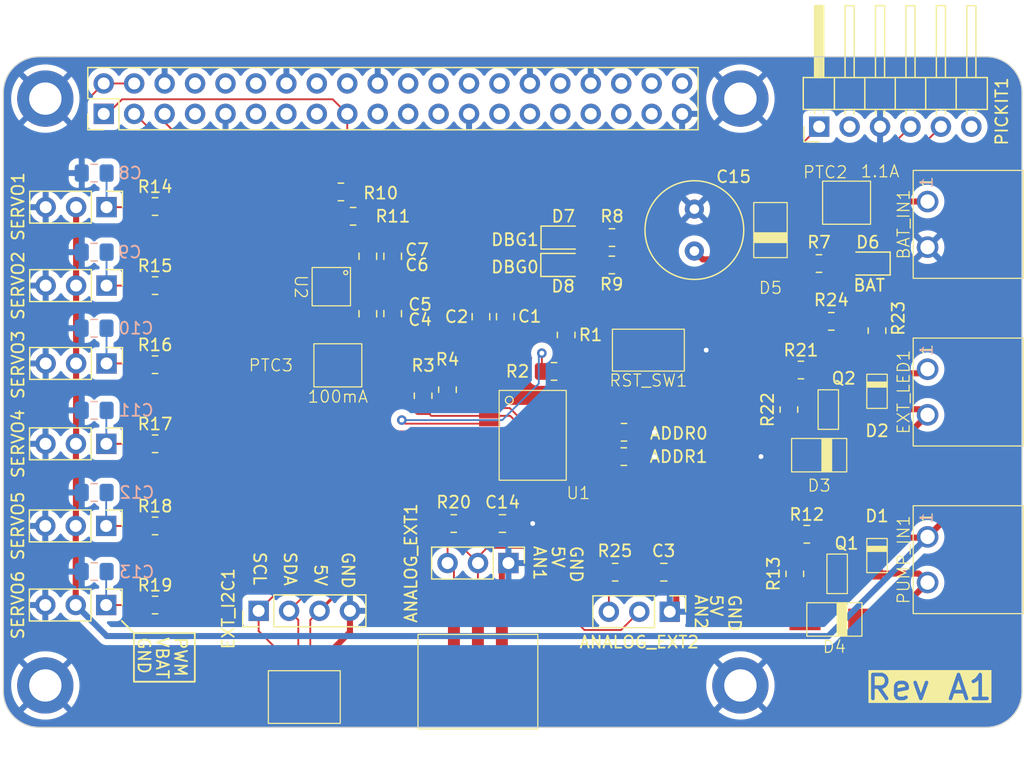
<source format=kicad_pcb>
(kicad_pcb (version 20221018) (generator pcbnew)
  (title_block (title "Servo Control PCB") (rev "A1"))
  (layers (0 "F.Cu" signal) (31 "B.Cu" signal) (34 "B.Paste" user) (35 "F.Paste" user) (36 "B.SilkS" user "B.Silkscreen") (37 "F.SilkS" user "F.Silkscreen") (38 "B.Mask" user) (39 "F.Mask" user) (44 "Edge.Cuts" user))
  (net 0 "")
  (net 1 "Net-(J1-5V-Pad2)")
  (net 2 "GND")
  (net 29 "Net-(SERVO1-Pin_1)")
  (net 30 "VBAT")
  (net 31 "Net-(SERVO2-Pin_1)")
  (net 32 "Net-(SERVO3-Pin_1)")
  (net 33 "Net-(SERVO4-Pin_1)")
  (net 34 "Net-(SERVO5-Pin_1)")
  (net 35 "Net-(SERVO6-Pin_1)")
  (net 36 "+5V")
  (net 37 "AN2")
  (net 38 "SCL")
  (net 39 "SDA")
  (net 40 "AN1")
  (net 41 "~{MCLR}")
  (net 42 "ICSPDAT")
  (net 43 "ICSPCLK")
  (net 45 "Net-(U1-~{MCLR}{slash}VPP{slash}RA3)")
  (net 46 "/ADDR1")
  (net 47 "/ADDR0")
  (net 48 "Net-(D6-A)")
  (net 49 "Net-(D7-A)")
  (net 50 "Net-(D8-A)")
  (net 51 "+3.3V")
  (net 52 "PUMP_EN")
  (net 53 "Net-(Q1-G)")
  (net 54 "SERVO1")
  (net 55 "SERVO2")
  (net 56 "SERVO3")
  (net 57 "SERVO4")
  (net 58 "SERVO5")
  (net 59 "SERVO6")
  (net 60 "Net-(U1-RA2)")
  (net 61 "EXT_LED")
  (net 62 "Net-(Q2-G)")
  (net 63 "Net-(U1-RB5)")
  (net 65 "Net-(Q1-D)")
  (net 66 "Net-(Q2-D)")
  (net 67 "Net-(D5-PadA)")
  (net 68 "Net-(BAT_IN1-Pad1)")
  (net 69 "Net-(D2-PadK)")
  (net 70 "/PI_SDA")
  (net 71 "/PI_SCL")
  (footprint "Connector_PinHeader_2.54mm:PinHeader_1x03_P2.54mm_Vertical" (layer "F.Cu") (at 38.578 100.786 -90)
    (fp_text reference "SERVO6")
    (fp_text value "Conn_01x03_Pin")
  )
  (footprint "MountingHole:MountingHole_2.7mm_M2.5_DIN965_Pad" (layer "F.Cu") (at 91.5 58.5)
    (fp_text reference "REF**" hide)
    (fp_text value "MountingHole_2.7mm_M2.5_DIN965_Pad" hide)
  )
  (footprint "Resistor_SMD:R_0805_2012Metric_Pad1.20x1.40mm_HandSolder" (layer "F.Cu") (at 67.58 93.98 180)
    (fp_text reference "R20")
    (fp_text value "470")
  )
  (footprint "Resistor_SMD:R_0805_2012Metric_Pad1.20x1.40mm_HandSolder" (layer "F.Cu") (at 81.788 86.36)
    (fp_text reference "ADDR0")
    (fp_text value "0")
  )
  (footprint "Resistor_SMD:R_0805_2012Metric_Pad1.20x1.40mm_HandSolder" (layer "F.Cu") (at 67.056 82.804 -90)
    (fp_text reference "R4")
    (fp_text value "10k")
  )
  (footprint "Capacitor_SMD:C_0805_2012Metric_Pad1.18x1.45mm_HandSolder" (layer "F.Cu") (at 71.882 76.708 -90)
    (fp_text reference "C1")
    (fp_text value "0.01uF")
  )
  (footprint "StandardPackages_Custom:DO-214AC" (layer "F.Cu") (at 99.342 101.99 180)
    (fp_text reference "D4")
    (fp_text value "SMAJ6.0A")
  )
  (footprint "LED_SMD:LED_0805_2012Metric_Pad1.15x1.40mm_HandSolder" (layer "F.Cu") (at 76.708 72.39)
    (fp_text reference "D8")
    (fp_text value "LED_Small_Filled")
  )
  (footprint "Resistor_SMD:R_0805_2012Metric_Pad1.20x1.40mm_HandSolder" (layer "F.Cu") (at 98.056 72.272)
    (fp_text reference "R7")
    (fp_text value "10k")
  )
  (footprint "Connector_PinHeader_2.54mm:PinHeader_1x06_P2.54mm_Horizontal" (layer "F.Cu") (at 98.072 60.842 90)
    (fp_text reference "PICKIT1")
    (fp_text value "Conn_01x06")
  )
  (footprint "Connector_Adafruit_Custom:Adafruit STEMMA, 4-pin JST SH" (layer "F.Cu") (at 55.11 105.369)
    (fp_text reference "STEMMA1" hide)
    (fp_text value "JST SH")
  )
  (footprint "LED_SMD:LED_0805_2012Metric_Pad1.15x1.40mm_HandSolder" (layer "F.Cu") (at 102.136 72.272 180)
    (fp_text reference "D6")
    (fp_text value "LED_Small_Filled")
  )
  (footprint "Connector_PinHeader_2.54mm:PinHeader_1x04_P2.54mm_Vertical" (layer "F.Cu") (at 51.3 101.269 90)
    (fp_text reference "EXT_I2C1")
    (fp_text value "Conn_01x04_Pin")
  )
  (footprint "Resistor_SMD:R_0805_2012Metric_Pad1.20x1.40mm_HandSolder" (layer "F.Cu") (at 42.657 100.786)
    (fp_text reference "R19")
    (fp_text value "470")
  )
  (footprint "Resistor_SMD:R_0805_2012Metric_Pad1.20x1.40mm_HandSolder" (layer "F.Cu") (at 102.898 77.876 -90)
    (fp_text reference "R23")
    (fp_text value "0")
  )
  (footprint "Capacitor_SMD:C_0805_2012Metric_Pad1.18x1.45mm_HandSolder" (layer "F.Cu") (at 60.411 71.663 90)
    (fp_text reference "C6")
    (fp_text value "0.1uF")
  )
  (footprint "Control Board Custom:0ZCG Series PTC" (layer "F.Cu") (at 100.358 67.192 180)
    (fp_text reference "PTC2")
    (fp_text value "1.1A")
  )
  (footprint "StandardPackages_Custom:DO-214AC" (layer "F.Cu") (at 98.072 88.274 180)
    (fp_text reference "D3")
    (fp_text value "SMAJ6.0A")
  )
  (footprint "Resistor_SMD:R_0805_2012Metric_Pad1.20x1.40mm_HandSolder" (layer "F.Cu") (at 96.548 81.162)
    (fp_text reference "R21")
    (fp_text value "100")
  )
  (footprint "Resistor_SMD:R_0805_2012Metric_Pad1.20x1.40mm_HandSolder" (layer "F.Cu") (at 65.024 83.312 -90)
    (fp_text reference "R3")
    (fp_text value "10k")
  )
  (footprint "Connector_PinHeader_2.54mm:PinHeader_1x03_P2.54mm_Vertical" (layer "F.Cu") (at 38.608 74.114 -90)
    (fp_text reference "SERVO2")
    (fp_text value "Conn_01x03_Pin")
  )
  (footprint "StandardPackages_Custom:SOT23-3" (layer "F.Cu") (at 98.834 84.464 -90)
    (fp_text reference "Q2")
    (fp_text value "BSS214NH" hide)
  )
  (footprint "Resistor_SMD:R_0805_2012Metric_Pad1.20x1.40mm_HandSolder" (layer "F.Cu") (at 59.182 68.326 180)
    (fp_text reference "R11")
    (fp_text value "10k")
  )
  (footprint "Resistor_SMD:R_0805_2012Metric_Pad1.20x1.40mm_HandSolder" (layer "F.Cu") (at 75.946 81.28 180)
    (fp_text reference "R2")
    (fp_text value "470")
  )
  (footprint "MountingHole:MountingHole_2.7mm_M2.5_DIN965_Pad" (layer "F.Cu") (at 33.5 58.5)
    (fp_text reference "REF**" hide)
    (fp_text value "MountingHole_2.7mm_M2.5_DIN965_Pad" hide)
  )
  (footprint "Control Board Custom:BCH-381H-2GN" (layer "F.Cu") (at 107.118 83 90)
    (fp_text reference "EXT_LED1")
    (fp_text value "BCH-381H-2GN")
  )
  (footprint "Capacitor_SMD:C_0805_2012Metric_Pad1.18x1.45mm_HandSolder" (layer "F.Cu") (at 85.1115 98.044)
    (fp_text reference "C3")
    (fp_text value "0.01uF")
  )
  (footprint "Resistor_SMD:R_0805_2012Metric_Pad1.20x1.40mm_HandSolder" (layer "F.Cu") (at 95.548 84.464 -90)
    (fp_text reference "R22")
    (fp_text value "100k")
  )
  (footprint "Connector_PinHeader_2.54mm:PinHeader_1x03_P2.54mm_Vertical" (layer "F.Cu") (at 38.593 87.324 -90)
    (fp_text reference "SERVO4")
    (fp_text value "Conn_01x03_Pin")
  )
  (footprint "Control Board Custom:0ZCG Series PTC" (layer "F.Cu") (at 57.912 80.772)
    (fp_text reference "PTC3")
    (fp_text value "100mA")
  )
  (footprint "Capacitor_SMD:C_0805_2012Metric_Pad1.18x1.45mm_HandSolder" (layer "F.Cu") (at 62.484 71.663 90)
    (fp_text reference "C7")
    (fp_text value "0.01uF")
  )
  (footprint "Resistor_SMD:R_0805_2012Metric_Pad1.20x1.40mm_HandSolder" (layer "F.Cu") (at 96.04 98.18 -90)
    (fp_text reference "R13")
    (fp_text value "100k")
  )
  (footprint "Resistor_SMD:R_0805_2012Metric_Pad1.20x1.40mm_HandSolder" (layer "F.Cu") (at 58.166 66.294 180)
    (fp_text reference "R10")
    (fp_text value "10k")
  )
  (footprint "Resistor_SMD:R_0805_2012Metric_Pad1.20x1.40mm_HandSolder" (layer "F.Cu") (at 97.04 94.878)
    (fp_text reference "R12")
    (fp_text value "100")
  )
  (footprint "Resistor_SMD:R_0805_2012Metric_Pad1.20x1.40mm_HandSolder" (layer "F.Cu") (at 99.088 77.098 180)
    (fp_text reference "R24")
    (fp_text value "1k")
  )
  (footprint "Control Board Custom:BCH-381H-2GN" (layer "F.Cu") (at 107.118 97 90)
    (fp_text reference "PUMP_IN1")
    (fp_text value "BCH-381H-2GN")
  )
  (footprint "Capacitor_SMD:C_0805_2012Metric_Pad1.18x1.45mm_HandSolder" (layer "F.Cu") (at 60.411 76.4675 -90)
    (fp_text reference "C5")
    (fp_text value "0.01uF")
  )
  (footprint "Capacitor_SMD:C_0805_2012Metric_Pad1.18x1.45mm_HandSolder" (layer "F.Cu") (at 62.484 76.454 -90)
    (fp_text reference "C4")
    (fp_text value "0.1uF")
  )
  (footprint "Connector_PinHeader_2.54mm:PinHeader_2x20_P2.54mm_Vertical" (layer "F.Cu") (at 38.375 59.775 90)
    (fp_text reference "J1" hide)
    (fp_text value "Raspberry_Pi_2_3" hide)
  )
  (footprint "Resistor_SMD:R_0805_2012Metric_Pad1.20x1.40mm_HandSolder" (layer "F.Cu") (at 42.657 87.324)
    (fp_text reference "R17")
    (fp_text value "470")
  )
  (footprint "Resistor_SMD:R_0805_2012Metric_Pad1.20x1.40mm_HandSolder" (layer "F.Cu") (at 81.0475 98.044 180)
    (fp_text reference "R25")
    (fp_text value "470")
  )
  (footprint "Connector_PinHeader_2.54mm:PinHeader_1x03_P2.54mm_Vertical" (layer "F.Cu") (at 85.6035 101.346 -90)
    (fp_text reference "ANALOG_EXT2")
    (fp_text value "Conn_01x03_Pin")
  )
  (footprint "Resistor_SMD:R_0805_2012Metric_Pad1.20x1.40mm_HandSolder" (layer "F.Cu") (at 42.657 67.512)
    (fp_text reference "R14")
    (fp_text value "470")
  )
  (footprint "Connector_PinHeader_2.54mm:PinHeader_1x03_P2.54mm_Vertical" (layer "F.Cu") (at 38.608 80.614 -90)
    (fp_text reference "SERVO3")
    (fp_text value "Conn_01x03_Pin")
  )
  (footprint "MountingHole:MountingHole_2.7mm_M2.5_DIN965_Pad" (layer "F.Cu") (at 91.5 107.5)
    (fp_text reference "REF**" hide)
    (fp_text value "MountingHole_2.7mm_M2.5_DIN965_Pad" hide)
  )
  (footprint "StandardPackages_Custom:SOT23-3" (layer "F.Cu") (at 99.572 98.18 -90)
    (fp_text reference "Q1")
    (fp_text value "BSS214NH" hide)
  )
  (footprint "Connector_PinHeader_2.54mm:PinHeader_1x03_P2.54mm_Vertical" (layer "F.Cu") (at 38.608 67.564 -90)
    (fp_text reference "SERVO1")
    (fp_text value "Conn_01x03_Pin")
  )
  (footprint "Resistor_SMD:R_0805_2012Metric_Pad1.20x1.40mm_HandSolder" (layer "F.Cu") (at 81.772 88.392)
    (fp_text reference "ADDR1")
    (fp_text value "0")
  )
  (footprint "Control Board Custom:TL6400AF160QJ" (layer "F.Cu") (at 83.82 79.502 180)
    (fp_text reference "RST_SW1")
    (fp_text value "TL6400AF160QJ")
  )
  (footprint "Resistor_SMD:R_0805_2012Metric_Pad1.20x1.40mm_HandSolder" (layer "F.Cu") (at 42.657 80.72)
    (fp_text reference "R16")
    (fp_text value "470")
  )
  (footprint "Resistor_SMD:R_0805_2012Metric_Pad1.20x1.40mm_HandSolder" (layer "F.Cu") (at 80.772 72.39)
    (fp_text reference "R9")
    (fp_text value "10k")
  )
  (footprint "Resistor_SMD:R_0805_2012Metric_Pad1.20x1.40mm_HandSolder" (layer "F.Cu") (at 80.788 70.104)
    (fp_text reference "R8")
    (fp_text value "10k")
  )
  (footprint "Capacitor_SMD:C_0805_2012Metric_Pad1.18x1.45mm_HandSolder" (layer "F.Cu") (at 71.644 93.98 180)
    (fp_text reference "C14")
    (fp_text value "0.01uF")
  )
  (footprint "StandardPackages_Custom:SOD-123" (layer "F.Cu") (at 102.898 96.656 90)
    (fp_text reference "D1")
    (fp_text value "MBR0580S1" hide)
  )
  (footprint "StandardPackages_Custom:MSOP-8" (layer "F.Cu") (at 57.363 74.203 -90)
    (fp_text reference "U2")
    (fp_text value "PI4ULS5V202UEX" hide)
  )
  (footprint "StandardPackages_Custom:SSOP-20, 5.3mm Body" (layer "F.Cu") (at 74.168 86.614)
    (fp_text reference "U1")
    (fp_text value "PIC18F16Q41")
  )
  (footprint "Connector_PinHeader_2.54mm:PinHeader_1x03_P2.54mm_Vertical" (layer "F.Cu") (at 38.578 94.182 -90)
    (fp_text reference "SERVO5")
    (fp_text value "Conn_01x03_Pin")
  )
  (footprint "Connector_PinHeader_2.54mm:PinHeader_1x03_P2.54mm_Vertical" (layer "F.Cu") (at 72.144 97.282 -90)
    (fp_text reference "ANALOG_EXT1")
    (fp_text value "Conn_01x03_Pin")
  )
  (footprint "Resistor_SMD:R_0805_2012Metric_Pad1.20x1.40mm_HandSolder" (layer "F.Cu") (at 76.962 78.232 -90)
    (fp_text reference "R1")
    (fp_text value "10k")
  )
  (footprint "StandardPackages_Custom:DO-214AC" (layer "F.Cu") (at 94.008 69.478 90)
    (fp_text reference "D5")
    (fp_text value "B240AE-13")
  )
  (footprint "MountingHole:MountingHole_2.7mm_M2.5_DIN965_Pad" (layer "F.Cu") (at 33.5 107.5 180)
    (fp_text reference "REF**" hide)
    (fp_text value "MountingHole_2.7mm_M2.5_DIN965_Pad" hide)
  )
  (footprint "Resistor_SMD:R_0805_2012Metric_Pad1.20x1.40mm_HandSolder" (layer "F.Cu") (at 42.657 94.182)
    (fp_text reference "R18")
    (fp_text value "470")
  )
  (footprint "Connector_Adafruit_Custom:Adafruit STEMMA, 3-pin JST PH" (layer "F.Cu") (at 69.596 105.143)
    (fp_text reference "STEMMA4" hide)
    (fp_text value "JST PH")
  )
  (footprint "Resistor_SMD:R_0805_2012Metric_Pad1.20x1.40mm_HandSolder" (layer "F.Cu") (at 42.657 74.116)
    (fp_text reference "R15")
    (fp_text value "470")
  )
  (footprint "LED_SMD:LED_0805_2012Metric_Pad1.15x1.40mm_HandSolder" (layer "F.Cu") (at 76.724 70.104)
    (fp_text reference "D7")
    (fp_text value "LED_Small_Filled")
  )
  (footprint "Control Board Custom:BCH-381H-2GN" (layer "F.Cu") (at 107.118 69 90)
    (fp_text reference "BAT_IN1")
    (fp_text value "BCH-381H-2GN")
  )
  (footprint "Capacitor_THT:C_Radial_D8.0mm_H11.5mm_P3.50mm" (layer "F.Cu") (at 87.658 71.228 90)
    (fp_text reference "C15")
    (fp_text value "220uF")
  )
  (footprint "Capacitor_SMD:C_0805_2012Metric_Pad1.18x1.45mm_HandSolder" (layer "F.Cu") (at 69.85 76.708 -90)
    (fp_text reference "C2")
    (fp_text value "0.1uF")
  )
  (footprint "StandardPackages_Custom:SOD-123" (layer "F.Cu") (at 102.898 82.94 90)
    (fp_text reference "D2")
    (fp_text value "MBR0580S1" hide)
  )
  (footprint "Capacitor_SMD:C_0805_2012Metric_Pad1.18x1.45mm_HandSolder" (layer "B.Cu") (at 37.568 77.672)
    (fp_text reference "C10")
    (fp_text value "0.01uF")
  )
  (footprint "Capacitor_SMD:C_0805_2012Metric_Pad1.18x1.45mm_HandSolder" (layer "B.Cu") (at 37.577 91.388)
    (fp_text reference "C12")
    (fp_text value "0.01uF")
  )
  (footprint "Capacitor_SMD:C_0805_2012Metric_Pad1.18x1.45mm_HandSolder" (layer "B.Cu") (at 37.577 97.992)
    (fp_text reference "C13")
    (fp_text value "0.01uF")
  )
  (footprint "Capacitor_SMD:C_0805_2012Metric_Pad1.18x1.45mm_HandSolder" (layer "B.Cu") (at 37.577 64.718)
    (fp_text reference "C8")
    (fp_text value "0.01uF")
  )
  (footprint "Capacitor_SMD:C_0805_2012Metric_Pad1.18x1.45mm_HandSolder" (layer "B.Cu") (at 37.577 84.53)
    (fp_text reference "C11")
    (fp_text value "0.01uF")
  )
  (footprint "Capacitor_SMD:C_0805_2012Metric_Pad1.18x1.45mm_HandSolder" (layer "B.Cu") (at 37.577 71.322)
    (fp_text reference "C9")
    (fp_text value "0.01uF")
  )
  (gr_rect (start 40.894 103.124) (end 45.974 107.188) (stroke (width 0.15)) (fill none) (layer "F.SilkS"))
  (gr_line (start 39.878 102.108) (end 40.894 103.124) (stroke (width 0.15)) (layer "F.SilkS"))
  (gr_line locked (start 115 58) (end 115 108) (stroke (width 0.1)) (layer "Edge.Cuts"))
  (gr_line locked (start 30 108) (end 30 58) (stroke (width 0.1)) (layer "Edge.Cuts"))
  (gr_line locked (start 33 111) (end 112 111) (stroke (width 0.1)) (layer "Edge.Cuts"))
  (gr_arc locked (start 112 55) (mid 114.12132 55.87868) (end 115 58) (stroke (width 0.1)) (layer "Edge.Cuts"))
  (gr_arc locked (start 30 58) (mid 30.87868 55.87868) (end 33 55) (stroke (width 0.1)) (layer "Edge.Cuts"))
  (gr_line locked (start 112 55) (end 33 55) (stroke (width 0.1)) (layer "Edge.Cuts"))
  (gr_arc locked (start 33 111) (mid 30.87868 110.12132) (end 30 108) (stroke (width 0.1)) (layer "Edge.Cuts"))
  (gr_arc locked (start 115 108) (mid 114.12132 110.12132) (end 112 111) (stroke (width 0.1)) (layer "Edge.Cuts"))
  (gr_text "SCL" (at 50.8 96.266 -90) (layer "F.SilkS") (effects (font (size 1 1)) (justify left bottom)))
  (gr_text "5V" (at 75.692 95.758 -90) (layer "F.SilkS") (effects (font (size 1 1)) (justify left bottom)))
  (gr_text "DBG0" (at 70.612 73.152) (layer "F.SilkS") (effects (font (size 1 1)) (justify left bottom)))
  (gr_text "5V" (at 55.88 97.282 -90) (layer "F.SilkS") (effects (font (size 1 1)) (justify left bottom)))
  (gr_text "AN2" (at 87.63 99.822 -90) (layer "F.SilkS") (effects (font (size 1 1)) (justify left bottom)))
  (gr_text "5V" (at 88.9 99.822 -90) (layer "F.SilkS") (effects (font (size 1 1)) (justify left bottom)))
  (gr_text "AN1" (at 74.168 95.758 -90) (layer "F.SilkS") (effects (font (size 1 1)) (justify left bottom)))
  (gr_text "VBAT" (at 42.672 103.378 -90) (layer "F.SilkS") (effects (font (size 1 1)) (justify left bottom)))
  (gr_text "SDA" (at 53.34 96.266 -90) (layer "F.SilkS") (effects (font (size 1 1)) (justify left bottom)))
  (gr_text "Rev ${REVISION}" (at 101.882 108.848) (layer "F.SilkS" knockout) (effects (font (size 2 2) (thickness 0.3)) (justify left bottom)))
  (gr_text "GND" (at 90.424 99.822 -90) (layer "F.SilkS") (effects (font (size 1 1)) (justify left bottom)))
  (gr_text "GND" (at 41.148 103.378 -90) (layer "F.SilkS") (effects (font (size 1 1)) (justify left bottom)))
  (gr_text "DBG1" (at 70.612 70.866) (layer "F.SilkS") (effects (font (size 1 1)) (justify left bottom)))
  (gr_text "GND" (at 77.216 95.758 -90) (layer "F.SilkS") (effects (font (size 1 1)) (justify left bottom)))
  (gr_text "PWM" (at 44.196 103.378 -90) (layer "F.SilkS") (effects (font (size 1 1)) (justify left bottom)))
  (gr_text "BAT" (at 100.838 74.676) (layer "F.SilkS") (effects (font (size 1 1)) (justify left bottom)))
  (gr_text "GND" (at 58.166 96.266 -90) (layer "F.SilkS") (effects (font (size 1 1)) (justify left bottom)))
  (segment (start 36.576 61.722) (end 37.846 62.992) (width 0.1524) (layer "F.Cu") (net 1))
  (segment (start 36.576 59.034) (end 36.576 61.722) (width 0.1524) (layer "F.Cu") (net 1))
  (segment (start 55.297 75.617) (end 55.297 80.518) (width 0.1524) (layer "F.Cu") (net 1))
  (segment (start 42.672 62.992) (end 55.297 75.617) (width 0.1524) (layer "F.Cu") (net 1))
  (segment (start 37.846 62.992) (end 42.672 62.992) (width 0.1524) (layer "F.Cu") (net 1))
  (segment (start 38.375 57.235) (end 36.576 59.034) (width 0.1524) (layer "F.Cu") (net 1))
  (segment (start 38.375 57.235) (end 40.915 57.235) (width 0.1524) (layer "F.Cu") (net 1))
  (segment (start 58.92 103.047) (end 58.92 101.269) (width 0.508) (layer "F.Cu") (net 2))
  (segment (start 56.61 105.644) (end 56.61 105.357) (width 0.508) (layer "F.Cu") (net 2))
  (segment (start 95.622 85.538) (end 95.548 85.464) (width 0.508) (layer "F.Cu") (net 2))
  (segment (start 98.522 99.18) (end 98.572 99.13) (width 0.508) (layer "F.Cu") (net 2))
  (segment (start 93.336 88.274) (end 93.218 88.392) (width 0.508) (layer "F.Cu") (net 2))
  (segment (start 103.161 72.272) (end 105.751 72.272) (width 0.508) (layer "F.Cu") (net 2))
  (segment (start 56.61 105.357) (end 58.92 103.047) (width 0.508) (layer "F.Cu") (net 2))
  (segment (start 95.622 88.274) (end 93.336 88.274) (width 0.508) (layer "F.Cu") (net 2))
  (segment (start 71.596 97.83) (end 72.144 97.282) (width 0.508) (layer "F.Cu") (net 2))
  (segment (start 97.784 85.464) (end 97.834 85.414) (width 0.508) (layer "F.Cu") (net 2))
  (segment (start 72.6815 93.98) (end 74.168 93.98) (width 0.508) (layer "F.Cu") (net 2))
  (segment (start 82.788 86.36) (end 84.328 86.36) (width 0.508) (layer "F.Cu") (net 2))
  (segment (start 96.04 101.138) (end 96.04 99.18) (width 0.508) (layer "F.Cu") (net 2))
  (segment (start 96.04 99.18) (end 98.522 99.18) (width 0.508) (layer "F.Cu") (net 2))
  (segment (start 95.622 88.274) (end 95.622 85.538) (width 0.508) (layer "F.Cu") (net 2))
  (segment (start 95.548 85.464) (end 97.784 85.464) (width 0.508) (layer "F.Cu") (net 2))
  (segment (start 96.892 101.99) (end 96.04 101.138) (width 0.508) (layer "F.Cu") (net 2))
  (segment (start 86.149 100.8005) (end 85.6035 101.346) (width 0.508) (layer "F.Cu") (net 2))
  (segment (start 82.772 88.392) (end 84.328 88.392) (width 0.508) (layer "F.Cu") (net 2))
  (segment (start 71.596 102.893) (end 71.596 97.83) (width 0.508) (layer "F.Cu") (net 2))
  (segment (start 86.149 98.044) (end 86.149 100.8005) (width 0.508) (layer "F.Cu") (net 2))
  (segment (start 105.751 72.272) (end 107.118 70.905) (width 0.508) (layer "F.Cu") (net 2))
  (segment (start 86.52 79.502) (end 88.646 79.502) (width 0.508) (layer "F.Cu") (net 2))
  (via (at 93.218 88.392) (size 0.8) (drill 0.4) (layers "F.Cu" "B.Cu") (net 2))
  (via (at 84.328 88.392) (size 0.8) (drill 0.4) (layers "F.Cu" "B.Cu") (net 2))
  (via (at 84.328 86.36) (size 0.8) (drill 0.4) (layers "F.Cu" "B.Cu") (net 2))
  (via (at 74.168 93.98) (size 0.8) (drill 0.4) (layers "F.Cu" "B.Cu") (net 2))
  (via (at 88.646 79.502) (size 0.8) (drill 0.4) (layers "F.Cu" "B.Cu") (net 2))
  (segment (start 41.657 67.512) (end 41.605 67.564) (width 0.1524) (layer "F.Cu") (net 29))
  (segment (start 41.605 67.564) (end 38.608 67.564) (width 0.1524) (layer "F.Cu") (net 29))
  (segment (start 38.608 64.7245) (end 38.608 67.564) (width 0.1524) (layer "B.Cu") (net 29))
  (segment (start 38.6145 64.718) (end 38.608 64.7245) (width 0.1524) (layer "B.Cu") (net 29))
  (segment (start 94.008 73.796) (end 94.77 74.558) (width 0.508) (layer "F.Cu") (net 30))
  (segment (start 36.038 94.182) (end 36.038 100.786) (width 0.508) (layer "F.Cu") (net 30))
  (segment (start 36.068 67.564) (end 36.068 74.114) (width 0.508) (layer "F.Cu") (net 30))
  (segment (start 94.008 71.928) (end 94.008 73.796) (width 0.508) (layer "F.Cu") (net 30))
  (segment (start 87.658 71.228) (end 88.358 71.928) (width 0.508) (layer "F.Cu") (net 30))
  (segment (start 101.12 74.558) (end 102.898 76.336) (width 0.508) (layer "F.Cu") (net 30))
  (segment (start 107.057 95.156) (end 107.118 95.095) (width 0.508) (layer "F.Cu") (net 30))
  (segment (start 109.248 92.965) (end 107.118 95.095) (width 0.508) (layer "F.Cu") (net 30))
  (segment (start 102.898 95.156) (end 107.057 95.156) (width 0.508) (layer "F.Cu") (net 30))
  (segment (start 96.712 71.928) (end 97.056 72.272) (width 0.508) (layer "F.Cu") (net 30))
  (segment (start 36.068 74.114) (end 36.068 80.614) (width 0.508) (layer "F.Cu") (net 30))
  (segment (start 36.053 94.167) (end 36.038 94.182) (width 0.508) (layer "F.Cu") (net 30))
  (segment (start 36.068 87.309) (end 36.053 87.324) (width 0.508) (layer "F.Cu") (net 30))
  (segment (start 109.248 79.638) (end 109.248 92.965) (width 0.508) (layer "F.Cu") (net 30))
  (segment (start 88.358 71.928) (end 94.008 71.928) (width 0.508) (layer "F.Cu") (net 30))
  (segment (start 36.053 87.324) (end 36.053 94.167) (width 0.508) (layer "F.Cu") (net 30))
  (segment (start 94.008 71.928) (end 96.712 71.928) (width 0.508) (layer "F.Cu") (net 30))
  (segment (start 102.898 76.876) (end 106.486 76.876) (width 0.508) (layer "F.Cu") (net 30))
  (segment (start 94.77 74.558) (end 101.12 74.558) (width 0.508) (layer "F.Cu") (net 30))
  (segment (start 106.486 76.876) (end 109.248 79.638) (width 0.508) (layer "F.Cu") (net 30))
  (segment (start 102.898 76.336) (end 102.898 76.876) (width 0.508) (layer "F.Cu") (net 30))
  (segment (start 36.068 80.614) (end 36.068 87.309) (width 0.508) (layer "F.Cu") (net 30))
  (segment (start 36.038 100.786) (end 38.63 103.378) (width 0.508) (layer "B.Cu") (net 30))
  (segment (start 38.63 103.378) (end 98.835 103.378) (width 0.508) (layer "B.Cu") (net 30))
  (segment (start 98.835 103.378) (end 107.118 95.095) (width 0.508) (layer "B.Cu") (net 30))
  (segment (start 41.655 74.114) (end 38.608 74.114) (width 0.1524) (layer "F.Cu") (net 31))
  (segment (start 41.657 74.116) (end 41.655 74.114) (width 0.1524) (layer "F.Cu") (net 31))
  (segment (start 38.608 71.3285) (end 38.608 74.114) (width 0.1524) (layer "B.Cu") (net 31))
  (segment (start 38.6145 71.322) (end 38.608 71.3285) (width 0.1524) (layer "B.Cu") (net 31))
  (segment (start 41.657 80.72) (end 41.551 80.614) (width 0.1524) (layer "F.Cu") (net 32))
  (segment (start 41.551 80.614) (end 38.608 80.614) (width 0.1524) (layer "F.Cu") (net 32))
  (segment (start 38.6055 77.672) (end 38.608 77.6745) (width 0.1524) (layer "B.Cu") (net 32))
  (segment (start 38.608 77.6745) (end 38.608 80.614) (width 0.1524) (layer "B.Cu") (net 32))
  (segment (start 41.657 87.324) (end 38.593 87.324) (width 0.1524) (layer "F.Cu") (net 33))
  (segment (start 38.593 84.5515) (end 38.593 87.324) (width 0.1524) (layer "B.Cu") (net 33))
  (segment (start 38.6145 84.53) (end 38.593 84.5515) (width 0.1524) (layer "B.Cu") (net 33))
  (segment (start 38.578 94.182) (end 41.657 94.182) (width 0.1524) (layer "F.Cu") (net 34))
  (segment (start 38.6145 91.388) (end 38.578 91.4245) (width 0.1524) (layer "B.Cu") (net 34))
  (segment (start 38.578 91.4245) (end 38.578 94.182) (width 0.1524) (layer "B.Cu") (net 34))
  (segment (start 41.657 100.786) (end 38.578 100.786) (width 0.1524) (layer "F.Cu") (net 35))
  (segment (start 38.6145 97.992) (end 38.578 98.0285) (width 0.1524) (layer "B.Cu") (net 35))
  (segment (start 38.578 98.0285) (end 38.578 100.786) (width 0.1524) (layer "B.Cu") (net 35))
  (segment (start 55.61 105.644) (end 55.61 102.039) (width 0.1524) (layer "F.Cu") (net 36))
  (segment (start 83.0635 101.346) (end 81.5395 102.87) (width 0.1524) (layer "F.Cu") (net 36))
  (segment (start 56.38 101.269) (end 65.955 91.694) (width 0.254) (layer "F.Cu") (net 36))
  (segment (start 69.596 102.893) (end 69.596 97.29) (width 0.1524) (layer "F.Cu") (net 36))
  (segment (start 69.604 96.766) (end 69.604 97.282) (width 0.1524) (layer "F.Cu") (net 36))
  (segment (start 67.564 95.242) (end 67.564 92.964) (width 0.1524) (layer "F.Cu") (net 36))
  (segment (start 55.61 102.039) (end 56.38 101.269) (width 0.1524) (layer "F.Cu") (net 36))
  (segment (start 69.596 97.29) (end 69.604 97.282) (width 0.1524) (layer "F.Cu") (net 36))
  (segment (start 75.946 96.266) (end 75.692 96.012) (width 0.1524) (layer "F.Cu") (net 36))
  (segment (start 58.338 76.778) (end 59.684 76.778) (width 0.1524) (layer "F.Cu") (net 36))
  (segment (start 60.411 77.505) (end 60.4325 77.4835) (width 0.1524) (layer "F.Cu") (net 36))
  (segment (start 67.564 92.964) (end 68.834 91.694) (width 0.1524) (layer "F.Cu") (net 36))
  (segment (start 59.684 76.778) (end 60.411 77.505) (width 0.1524) (layer "F.Cu") (net 36))
  (segment (start 69.604 97.282) (end 67.564 95.242) (width 0.1524) (layer "F.Cu") (net 36))
  (segment (start 73.406 83.566) (end 72.136 83.566) (width 0.254) (layer "F.Cu") (net 36))
  (segment (start 74.422 84.582) (end 73.406 83.566) (width 0.254) (layer "F.Cu") (net 36))
  (segment (start 71.374 91.694) (end 74.422 88.646) (width 0.254) (layer "F.Cu") (net 36))
  (segment (start 75.692 96.012) (end 70.358 96.012) (width 0.1524) (layer "F.Cu") (net 36))
  (segment (start 70.358 96.012) (end 69.604 96.766) (width 0.1524) (layer "F.Cu") (net 36))
  (segment (start 74.422 88.646) (end 74.422 84.582) (width 0.254) (layer "F.Cu") (net 36))
  (segment (start 78.486 102.87) (end 75.946 100.33) (width 0.1524) (layer "F.Cu") (net 36))
  (segment (start 75.946 100.33) (end 75.946 96.266) (width 0.1524) (layer "F.Cu") (net 36))
  (segment (start 60.4325 77.4835) (end 62.443 77.4835) (width 0.1524) (layer "F.Cu") (net 36))
  (segment (start 81.5395 102.87) (end 78.486 102.87) (width 0.1524) (layer "F.Cu") (net 36))
  (segment (start 65.955 91.694) (end 71.374 91.694) (width 0.254) (layer "F.Cu") (net 36))
  (segment (start 80.5235 98.774) (end 80.5235 101.346) (width 0.1524) (layer "F.Cu") (net 37))
  (segment (start 80.0475 98.298) (end 80.5235 98.774) (width 0.1524) (layer "F.Cu") (net 37))
  (segment (start 72.289 84.989) (end 70.568 84.989) (width 0.1524) (layer "F.Cu") (net 38))
  (segment (start 70.568 84.989) (end 65.701 84.989) (width 0.1524) (layer "F.Cu") (net 38))
  (segment (start 65.701 84.989) (end 65.024 84.312) (width 0.1524) (layer "F.Cu") (net 38))
  (segment (start 73.66 88.0994) (end 73.66 86.36) (width 0.1524) (layer "F.Cu") (net 38))
  (segment (start 57.038 82.946) (end 58.404 84.312) (width 0.1524) (layer "F.Cu") (net 38))
  (segment (start 57.038 76.778) (end 57.038 82.946) (width 0.1524) (layer "F.Cu") (net 38))
  (segment (start 70.9258 90.8336) (end 73.66 88.0994) (width 0.1524) (layer "F.Cu") (net 38))
  (segment (start 73.66 86.36) (end 72.289 84.989) (width 0.1524) (layer "F.Cu") (net 38))
  (segment (start 51.3 102.957) (end 51.3 101.269) (width 0.1524) (layer "F.Cu") (net 38))
  (segment (start 58.404 84.312) (end 65.024 84.312) (width 0.1524) (layer "F.Cu") (net 38))
  (segment (start 53.61 105.644) (end 53.61 105.267) (width 0.1524) (layer "F.Cu") (net 38))
  (segment (start 53.61 105.267) (end 51.3 102.957) (width 0.1524) (layer "F.Cu") (net 38))
  (segment (start 51.3 101.269) (end 61.7354 90.8336) (width 0.1524) (layer "F.Cu") (net 38))
  (segment (start 61.7354 90.8336) (end 70.9258 90.8336) (width 0.1524) (layer "F.Cu") (net 38))
  (segment (start 57.688 76.778) (end 57.658 76.808) (width 0.1524) (layer "F.Cu") (net 39))
  (segment (start 53.84 101.269) (end 63.923 91.186) (width 0.1524) (layer "F.Cu") (net 39))
  (segment (start 72.2518 84.339) (end 70.568 84.339) (width 0.1524) (layer "F.Cu") (net 39))
  (segment (start 66.6878 83.4358) (end 67.056 83.804) (width 0.1524) (layer "F.Cu") (net 39))
  (segment (start 57.658 81.788) (end 59.3058 83.4358) (width 0.1524) (layer "F.Cu") (net 39))
  (segment (start 59.3058 83.4358) (end 66.6878 83.4358) (width 0.1524) (layer "F.Cu") (net 39))
  (segment (start 74.0188 86.106) (end 72.2518 84.339) (width 0.1524) (layer "F.Cu") (net 39))
  (segment (start 54.61 102.039) (end 53.84 101.269) (width 0.1524) (layer "F.Cu") (net 39))
  (segment (start 74.0188 88.47899) (end 74.0188 86.106) (width 0.1524) (layer "F.Cu") (net 39))
  (segment (start 63.923 91.186) (end 71.31179 91.186) (width 0.1524) (layer "F.Cu") (net 39))
  (segment (start 67.056 83.804) (end 67.591 84.339) (width 0.1524) (layer "F.Cu") (net 39))
  (segment (start 71.31179 91.186) (end 74.0188 88.47899) (width 0.1524) (layer "F.Cu") (net 39))
  (segment (start 67.591 84.339) (end 70.568 84.339) (width 0.1524) (layer "F.Cu") (net 39))
  (segment (start 54.61 105.644) (end 54.61 102.039) (width 0.1524) (layer "F.Cu") (net 39))
  (segment (start 57.658 76.808) (end 57.658 81.788) (width 0.1524) (layer "F.Cu") (net 39))
  (segment (start 67.596 102.893) (end 67.596 97.814) (width 0.1524) (layer "F.Cu") (net 40))
  (segment (start 66.58 93.98) (end 67.064 94.464) (width 0.1524) (layer "F.Cu") (net 40))
  (segment (start 67.064 94.464) (end 67.064 97.282) (width 0.1524) (layer "F.Cu") (net 40))
  (segment (start 67.596 97.814) (end 67.064 97.282) (width 0.1524) (layer "F.Cu") (net 40))
  (segment (start 96.176 62.738) (end 81.026 62.738) (width 0.1524) (layer "F.Cu") (net 41))
  (segment (start 80.866 79.502) (end 77.232 79.502) (width 0.1524) (layer "F.Cu") (net 41))
  (segment (start 78.994 76.2) (end 78.994 77.2) (width 0.1524) (layer "F.Cu") (net 41))
  (segment (start 76.708 73.914) (end 78.994 76.2) (width 0.1524) (layer "F.Cu") (net 41))
  (segment (start 78.994 77.2) (end 76.962 79.232) (width 0.1524) (layer "F.Cu") (net 41))
  (segment (start 81.026 62.738) (end 76.708 67.056) (width 0.1524) (layer "F.Cu") (net 41))
  (segment (start 76.946 81.042) (end 76.962 81.026) (width 0.1524) (layer "F.Cu") (net 41))
  (segment (start 76.962 81.026) (end 76.962 79.232) (width 0.1524) (layer "F.Cu") (net 41))
  (segment (start 98.072 60.842) (end 96.176 62.738) (width 0.1524) (layer "F.Cu") (net 41))
  (segment (start 77.232 79.502) (end 76.962 79.232) (width 0.1524) (layer "F.Cu") (net 41))
  (segment (start 76.946 81.28) (end 76.946 81.042) (width 0.1524) (layer "F.Cu") (net 41))
  (segment (start 81.12 79.248) (end 80.866 79.502) (width 0.1524) (layer "F.Cu") (net 41))
  (segment (start 76.708 67.056) (end 76.708 73.914) (width 0.1524) (layer "F.Cu") (net 41))
  (segment (start 84.328 63.5) (end 103.034 63.5) (width 0.1524) (layer "F.Cu") (net 42))
  (segment (start 80.772 71.39) (end 80.772 67.056) (width 0.1524) (layer "F.Cu") (net 42))
  (segment (start 81.772 72.39) (end 80.772 71.39) (width 0.1524) (layer "F.Cu") (net 42))
  (segment (start 103.034 63.5) (end 105.692 60.842) (width 0.1524) (layer "F.Cu") (net 42))
  (segment (start 83.566 80.772) (end 83.566 74.184) (width 0.1524) (layer "F.Cu") (net 42))
  (segment (start 77.768 84.339) (end 79.999 84.339) (width 0.1524) (layer "F.Cu") (net 42))
  (segment (start 83.566 74.184) (end 81.772 72.39) (width 0.1524) (layer "F.Cu") (net 42))
  (segment (start 80.772 67.056) (end 84.328 63.5) (width 0.1524) (layer "F.Cu") (net 42))
  (segment (start 79.999 84.339) (end 83.566 80.772) (width 0.1524) (layer "F.Cu") (net 42))
  (segment (start 84.328 81.026) (end 84.328 72.898) (width 0.1524) (layer "F.Cu") (net 43))
  (segment (start 80.365 84.989) (end 84.328 81.026) (width 0.1524) (layer "F.Cu") (net 43))
  (segment (start 77.768 84.989) (end 80.365 84.989) (width 0.1524) (layer "F.Cu") (net 43))
  (segment (start 84.4836 63.8524) (end 105.2216 63.8524) (width 0.1524) (layer "F.Cu") (net 43))
  (segment (start 84.328 72.898) (end 81.788 70.358) (width 0.1524) (layer "F.Cu") (net 43))
  (segment (start 81.788 70.358) (end 81.788 66.548) (width 0.1524) (layer "F.Cu") (net 43))
  (segment (start 81.788 66.548) (end 84.4836 63.8524) (width 0.1524) (layer "F.Cu") (net 43))
  (segment (start 105.2216 63.8524) (end 108.232 60.842) (width 0.1524) (layer "F.Cu") (net 43))
  (segment (start 74.93 81.264) (end 74.946 81.28) (width 0.1524) (layer "F.Cu") (net 45))
  (segment (start 74.93 79.756) (end 74.93 81.264) (width 0.1524) (layer "F.Cu") (net 45))
  (segment (start 70.568 85.639) (end 63.541 85.639) (width 0.1524) (layer "F.Cu") (net 45))
  (segment (start 63.541 85.639) (end 63.246 85.344) (width 0.1524) (layer "F.Cu") (net 45))
  (via (at 63.246 85.344) (size 0.8) (drill 0.4) (layers "F.Cu" "B.Cu") (net 45))
  (via (at 74.93 79.756) (size 0.8) (drill 0.4) (layers "F.Cu" "B.Cu") (net 45))
  (segment (start 74.676 80.01) (end 74.93 79.756) (width 0.1524) (layer "B.Cu") (net 45))
  (segment (start 71.628 85.344) (end 74.676 82.296) (width 0.1524) (layer "B.Cu") (net 45))
  (segment (start 63.246 85.344) (end 71.628 85.344) (width 0.1524) (layer "B.Cu") (net 45))
  (segment (start 74.676 82.296) (end 74.676 80.01) (width 0.1524) (layer "B.Cu") (net 45))
  (segment (start 77.768 88.239) (end 80.619 88.239) (width 0.1524) (layer "F.Cu") (net 46))
  (segment (start 80.619 88.239) (end 80.772 88.392) (width 0.1524) (layer "F.Cu") (net 46))
  (segment (start 80.717 86.289) (end 80.788 86.36) (width 0.1524) (layer "F.Cu") (net 47))
  (segment (start 77.768 86.289) (end 80.717 86.289) (width 0.1524) (layer "F.Cu") (net 47))
  (segment (start 99.056 72.272) (end 101.111 72.272) (width 0.1524) (layer "F.Cu") (net 48))
  (segment (start 77.749 70.358) (end 79.788 70.358) (width 0.1524) (layer "F.Cu") (net 49))
  (segment (start 77.733 72.39) (end 79.772 72.39) (width 0.1524) (layer "F.Cu") (net 50))
  (segment (start 59.166 66.294) (end 59.166 67.31) (width 0.1524) (layer "F.Cu") (net 51))
  (segment (start 38.375 59.775) (end 38.687 59.775) (width 0.1524) (layer "F.Cu") (net 51))
  (segment (start 59.4085 71.628) (end 58.338 71.628) (width 0.1524) (layer "F.Cu") (net 51))
  (segment (start 58.338 73.5935) (end 56.388 75.5435) (width 0.1524) (layer "F.Cu") (net 51))
  (segment (start 59.166 66.294) (end 58.695 65.823) (width 0.1524) (layer "F.Cu") (net 51))
  (segment (start 39.906 58.556) (end 49.196288 58.556) (width 0.1524) (layer "F.Cu") (net 51))
  (segment (start 60.411 70.6255) (end 59.4085 71.628) (width 0.1524) (layer "F.Cu") (net 51))
  (segment (start 58.695 65.823) (end 58.695 59.775) (width 0.1524) (layer "F.Cu") (net 51))
  (segment (start 57.476 58.556) (end 49.196288 58.556) (width 0.1524) (layer "F.Cu") (net 51))
  (segment (start 60.182 68.326) (end 60.182 70.3965) (width 0.1524) (layer "F.Cu") (net 51))
  (segment (start 62.443 70.6255) (end 60.411 70.6255) (width 0.1524) (layer "F.Cu") (net 51))
  (segment (start 60.182 70.3965) (end 60.411 70.6255) (width 0.1524) (layer "F.Cu") (net 51))
  (segment (start 38.687 59.775) (end 39.906 58.556) (width 0.1524) (layer "F.Cu") (net 51))
  (segment (start 58.338 71.628) (end 58.338 73.5935) (width 0.1524) (layer "F.Cu") (net 51))
  (segment (start 56.388 75.5435) (end 56.388 76.778) (width 0.1524) (layer "F.Cu") (net 51))
  (segment (start 59.166 67.31) (end 60.182 68.326) (width 0.1524) (layer "F.Cu") (net 51))
  (segment (start 58.695 59.775) (end 57.476 58.556) (width 0.1524) (layer "F.Cu") (net 51))
  (segment (start 90.701 89.539) (end 96.04 94.878) (width 0.1524) (layer "F.Cu") (net 52))
  (segment (start 77.768 89.539) (end 90.701 89.539) (width 0.1524) (layer "F.Cu") (net 52))
  (segment (start 98.572 97.23) (end 96.09 97.23) (width 0.1524) (layer "F.Cu") (net 53))
  (segment (start 96.09 97.23) (end 96.04 97.18) (width 0.1524) (layer "F.Cu") (net 53))
  (segment (start 98.572 95.41) (end 98.572 97.23) (width 0.1524) (layer "F.Cu") (net 53))
  (segment (start 98.04 94.878) (end 98.572 95.41) (width 0.1524) (layer "F.Cu") (net 53))
  (segment (start 44.958 68.326) (end 44.958 75.184) (width 0.1524) (layer "F.Cu") (net 54))
  (segment (start 43.657 67.512) (end 44.144 67.512) (width 0.1524) (layer "F.Cu") (net 54))
  (segment (start 56.063 86.289) (end 70.568 86.289) (width 0.1524) (layer "F.Cu") (net 54))
  (segment (start 44.958 75.184) (end 56.063 86.289) (width 0.1524) (layer "F.Cu") (net 54))
  (segment (start 44.144 67.512) (end 44.958 68.326) (width 0.1524) (layer "F.Cu") (net 54))
  (segment (start 54.681 86.939) (end 43.657 75.915) (width 0.1524) (layer "F.Cu") (net 55))
  (segment (start 70.568 86.939) (end 54.681 86.939) (width 0.1524) (layer "F.Cu") (net 55))
  (segment (start 43.657 75.915) (end 43.657 74.116) (width 0.1524) (layer "F.Cu") (net 55))
  (segment (start 70.568 87.589) (end 50.526 87.589) (width 0.1524) (layer "F.Cu") (net 56))
  (segment (start 50.526 87.589) (end 43.657 80.72) (width 0.1524) (layer "F.Cu") (net 56))
  (segment (start 44.572 88.239) (end 43.657 87.324) (width 0.1524) (layer "F.Cu") (net 57))
  (segment (start 70.568 88.239) (end 44.572 88.239) (width 0.1524) (layer "F.Cu") (net 57))
  (segment (start 45.264 94.182) (end 43.657 94.182) (width 0.1524) (layer "F.Cu") (net 58))
  (segment (start 50.557 88.889) (end 45.264 94.182) (width 0.1524) (layer "F.Cu") (net 58))
  (segment (start 70.568 88.889) (end 50.557 88.889) (width 0.1524) (layer "F.Cu") (net 58))
  (segment (start 70.568 89.539) (end 54.904 89.539) (width 0.1524) (layer "F.Cu") (net 59))
  (segment (start 43.555 100.684) (end 43.657 100.786) (width 0.1524) (layer "F.Cu") (net 59))
  (segment (start 54.904 89.539) (end 43.657 100.786) (width 0.1524) (layer "F.Cu") (net 59))
  (segment (start 76.921 85.639) (end 77.768 85.639) (width 0.1524) (layer "F.Cu") (net 60))
  (segment (start 70.6065 93.98) (end 70.6065 93.2235) (width 0.1524) (layer "F.Cu") (net 60))
  (segment (start 76.2 86.36) (end 76.921 85.639) (width 0.1524) (layer "F.Cu") (net 60))
  (segment (start 70.6065 93.2235) (end 76.2 87.63) (width 0.1524) (layer "F.Cu") (net 60))
  (segment (start 76.2 87.63) (end 76.2 86.36) (width 0.1524) (layer "F.Cu") (net 60))
  (segment (start 68.58 93.98) (end 70.6065 93.98) (width 0.1524) (layer "F.Cu") (net 60))
  (segment (start 94.606 81.162) (end 95.548 81.162) (width 0.1524) (layer "F.Cu") (net 61))
  (segment (start 79.06292 86.939) (end 79.49992 87.376) (width 0.1524) (layer "F.Cu") (net 61))
  (segment (start 95.412 81.026) (end 95.548 81.162) (width 0.1524) (layer "F.Cu") (net 61))
  (segment (start 88.392 87.376) (end 94.606 81.162) (width 0.1524) (layer "F.Cu") (net 61))
  (segment (start 77.768 86.939) (end 79.06292 86.939) (width 0.1524) (layer "F.Cu") (net 61))
  (segment (start 79.49992 87.376) (end 88.392 87.376) (width 0.1524) (layer "F.Cu") (net 61))
  (segment (start 97.834 83.514) (end 97.834 81.448) (width 0.1524) (layer "F.Cu") (net 62))
  (segment (start 95.548 83.464) (end 95.598 83.514) (width 0.1524) (layer "F.Cu") (net 62))
  (segment (start 97.834 81.448) (end 97.548 81.162) (width 0.1524) (layer "F.Cu") (net 62))
  (segment (start 95.598 83.514) (end 97.834 83.514) (width 0.1524) (layer "F.Cu") (net 62))
  (segment (start 76.454 89.2006) (end 76.454 92.71) (width 0.1524) (layer "F.Cu") (net 63))
  (segment (start 80.518 94.742) (end 82.0475 96.2715) (width 0.1524) (layer "F.Cu") (net 63))
  (segment (start 78.486 94.742) (end 80.518 94.742) (width 0.1524) (layer "F.Cu") (net 63))
  (segment (start 77.768 88.889) (end 76.7656 88.889) (width 0.1524) (layer "F.Cu") (net 63))
  (segment (start 82.0475 96.2715) (end 82.0475 98.298) (width 0.1524) (layer "F.Cu") (net 63))
  (segment (start 82.0475 98.298) (end 84.074 98.298) (width 0.1524) (layer "F.Cu") (net 63))
  (segment (start 76.454 92.71) (end 78.486 94.742) (width 0.1524) (layer "F.Cu") (net 63))
  (segment (start 76.7656 88.889) (end 76.454 89.2006) (width 0.1524) (layer "F.Cu") (net 63))
  (segment (start 100.572 98.18) (end 102.874 98.18) (width 0.508) (layer "F.Cu") (net 65))
  (segment (start 107.118 98.905) (end 106.369 98.156) (width 0.508) (layer "F.Cu") (net 65))
  (segment (start 101.792 101.99) (end 104.033 101.99) (width 0.508) (layer "F.Cu") (net 65))
  (segment (start 102.874 98.18) (end 102.898 98.156) (width 0.508) (layer "F.Cu") (net 65))
  (segment (start 106.369 98.156) (end 102.898 98.156) (width 0.508) (layer "F.Cu") (net 65))
  (segment (start 104.033 101.99) (end 107.118 98.905) (width 0.508) (layer "F.Cu") (net 65))
  (segment (start 102.898 84.44) (end 99.858 84.44) (width 0.508) (layer "F.Cu") (net 66))
  (segment (start 100.522 88.274) (end 103.749 88.274) (width 0.508) (layer "F.Cu") (net 66))
  (segment (start 103.749 88.274) (end 107.118 84.905) (width 0.508) (layer "F.Cu") (net 66))
  (segment (start 99.858 84.44) (end 99.834 84.464) (width 0.508) (layer "F.Cu") (net 66))
  (segment (start 106.653 84.44) (end 107.118 84.905) (width 0.508) (layer "F.Cu") (net 66))
  (segment (start 102.898 84.44) (end 106.653 84.44) (width 0.508) (layer "F.Cu") (net 66))
  (segment (start 94.172 67.192) (end 94.008 67.028) (width 0.508) (layer "F.Cu") (net 67))
  (segment (start 97.743 67.192) (end 94.172 67.192) (width 0.508) (layer "F.Cu") (net 67))
  (segment (start 103.07 67.095) (end 102.973 67.192) (width 0.508) (layer "F.Cu") (net 68))
  (segment (start 107.118 67.095) (end 103.07 67.095) (width 0.508) (layer "F.Cu") (net 68))
  (segment (start 100.088 77.844) (end 101.12 78.876) (width 0.508) (layer "F.Cu") (net 69))
  (segment (start 106.773 81.44) (end 107.118 81.095) (width 0.508) (layer "F.Cu") (net 69))
  (segment (start 102.898 78.876) (end 102.898 81.44) (width 0.508) (layer "F.Cu") (net 69))
  (segment (start 100.088 77.098) (end 100.088 77.844) (width 0.508) (layer "F.Cu") (net 69))
  (segment (start 101.12 78.876) (end 102.898 78.876) (width 0.508) (layer "F.Cu") (net 69))
  (segment (start 102.898 81.44) (end 106.773 81.44) (width 0.508) (layer "F.Cu") (net 69))
  (segment (start 45.202368 64.008) (end 47.244 64.008) (width 0.1524) (layer "F.Cu") (net 70))
  (segment (start 57.688 71.628) (end 57.688 68.82) (width 0.1524) (layer "F.Cu") (net 70))
  (segment (start 57.688 72.614) (end 57.688 71.628) (width 0.1524) (layer "F.Cu") (net 70))
  (segment (start 40.969368 59.775) (end 45.202368 64.008) (width 0.1524) (layer "F.Cu") (net 70))
  (segment (start 57.404 72.898) (end 57.688 72.614) (width 0.1524) (layer "F.Cu") (net 70))
  (segment (start 47.244 64.008) (end 56.134 72.898) (width 0.1524) (layer "F.Cu") (net 70))
  (segment (start 40.915 59.775) (end 40.969368 59.775) (width 0.1524) (layer "F.Cu") (net 70))
  (segment (start 56.134 72.898) (end 57.404 72.898) (width 0.1524) (layer "F.Cu") (net 70))
  (segment (start 57.688 68.82) (end 58.182 68.326) (width 0.1524) (layer "F.Cu") (net 70))
  (segment (start 57.038 66.422) (end 57.038 71.628) (width 0.1524) (layer "F.Cu") (net 71))
  (segment (start 57.038 71.628) (end 57.038 71.008) (width 0.1524) (layer "F.Cu") (net 71))
  (segment (start 43.455 59.775) (end 43.519 59.775) (width 0.1524) (layer "F.Cu") (net 71))
  (segment (start 43.455 59.775) (end 43.455 60.473) (width 0.1524) (layer "F.Cu") (net 71))
  (segment (start 54.118 63.246) (end 57.166 66.294) (width 0.1524) (layer "F.Cu") (net 71))
  (segment (start 43.455 60.473) (end 46.228 63.246) (width 0.1524) (layer "F.Cu") (net 71))
  (segment (start 46.228 63.246) (end 54.118 63.246) (width 0.1524) (layer "F.Cu") (net 71))
  (segment (start 57.166 66.294) (end 57.038 66.422) (width 0.1524) (layer "F.Cu") (net 71))
  (zone (net 36) (net_name "+5V") (layer "F.Cu") (connect_pads (clearance 0.5)) (min_thickness 0.25) (fill yes (thermal_gap 0.5) (thermal_bridge_width 0.5))
    (polygon (pts (xy 57.912 76.708) (xy 57.912 84.074) (xy 77.724 84.074) (xy 77.724 76.708)))
  )
  (zone locked (net 2) (net_name "GND") (layer "B.Cu") (priority 1) (connect_pads (clearance 0.5)) (min_thickness 0.25) (fill yes (thermal_gap 0.5) (thermal_bridge_width 0.5))
    (polygon (pts (xy 29.972 54.864) (xy 115.062 54.864) (xy 115.062 110.998) (xy 29.718 110.998)))
  )
)
</source>
